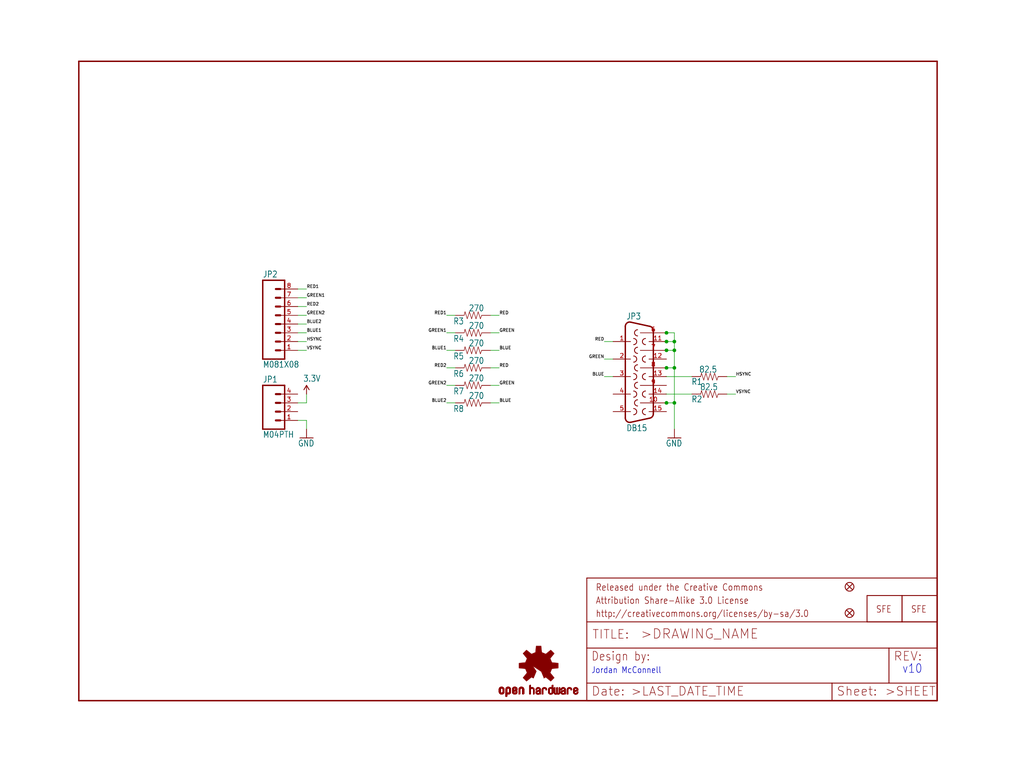
<source format=kicad_sch>
(kicad_sch (version 20211123) (generator eeschema)
  (paper "User" 297.002 223.926)
  (lib_symbols
    (symbol "eagleSchem-eagle-import:3.3V" (power)
      (property "Value" "3.3V" (at -1.016 3.556 0))
      (symbol "3.3V_1_0"
        (pin power_in line (at 0 0 90) (length 2.54) (name "3.3V") (number "1"))
      )
    )
    (symbol "eagleSchem-eagle-import:DB15"
      (property "Value" "DB15" (at -3.81 -18.415 0))
      (symbol "DB15_1_0"
        (pin passive line (at -7.62 7.62 0) (length 5.08) (name "1") (number "1"))
        (pin passive line (at 7.874 -10.16 180) (length 7.62) (name "10") (number "10"))
        (pin passive line (at 7.874 7.62 180) (length 5.08) (name "11") (number "11"))
        (pin passive line (at 7.874 2.54 180) (length 5.08) (name "12") (number "12"))
        (pin passive line (at 7.874 -2.54 180) (length 5.08) (name "13") (number "13"))
        (pin passive line (at 7.874 -7.62 180) (length 5.08) (name "14") (number "14"))
        (pin passive line (at 7.874 -12.7 180) (length 5.08) (name "15") (number "15"))
        (pin passive line (at -7.62 2.54 0) (length 5.08) (name "2") (number "2"))
        (pin passive line (at -7.62 -2.54 0) (length 5.08) (name "3") (number "3"))
        (pin passive line (at -7.62 -7.62 0) (length 5.08) (name "4") (number "4"))
        (pin passive line (at -7.62 -12.7 0) (length 5.08) (name "5") (number "5"))
        (pin passive line (at 7.874 10.16 180) (length 7.62) (name "6") (number "6"))
        (pin passive line (at 7.874 5.08 180) (length 7.62) (name "7") (number "7"))
        (pin passive line (at 7.874 0 180) (length 7.62) (name "8") (number "8"))
        (pin passive line (at 7.874 -5.08 180) (length 7.62) (name "9") (number "9"))
      )
    )
    (symbol "eagleSchem-eagle-import:FIDUCIALUFIDUCIAL")
    (symbol "eagleSchem-eagle-import:FRAME-LETTER"
      (symbol "FRAME-LETTER_2_0"
        (text ">DRAWING_NAME" (at 15.494 17.78 0) (effects (font (size 2.7432 2.7432)) (justify left bottom)))
        (text ">LAST_DATE_TIME" (at 12.7 1.27 0) (effects (font (size 2.54 2.54)) (justify left bottom)))
        (text ">SHEET" (at 86.36 1.27 0) (effects (font (size 2.54 2.54)) (justify left bottom)))
        (text "Attribution Share-Alike 3.0 License" (at 2.54 27.94 0) (effects (font (size 1.9304 1.6408)) (justify left bottom)))
        (text "Date:" (at 1.27 1.27 0) (effects (font (size 2.54 2.54)) (justify left bottom)))
        (text "Design by:" (at 1.27 11.43 0) (effects (font (size 2.54 2.159)) (justify left bottom)))
        (text "http://creativecommons.org/licenses/by-sa/3.0" (at 2.54 24.13 0) (effects (font (size 1.9304 1.6408)) (justify left bottom)))
        (text "Released under the Creative Commons" (at 2.54 31.75 0) (effects (font (size 1.9304 1.6408)) (justify left bottom)))
        (text "REV:" (at 88.9 11.43 0) (effects (font (size 2.54 2.54)) (justify left bottom)))
        (text "Sheet:" (at 72.39 1.27 0) (effects (font (size 2.54 2.54)) (justify left bottom)))
        (text "TITLE:" (at 1.524 17.78 0) (effects (font (size 2.54 2.54)) (justify left bottom)))
      )
    )
    (symbol "eagleSchem-eagle-import:GND" (power)
      (property "Value" "GND" (at -2.54 -2.54 0))
      (symbol "GND_1_0"
        (pin power_in line (at 0 2.54 270) (length 2.54) (name "GND") (number "1"))
      )
    )
    (symbol "eagleSchem-eagle-import:LOGO-SFENEW"
      (symbol "LOGO-SFENEW_1_0"
        (text "SFE" (at 0 0 0) (effects (font (size 1.9304 1.6408)) (justify left bottom)))
      )
    )
    (symbol "eagleSchem-eagle-import:LOGO-SFESK"
      (symbol "LOGO-SFESK_1_0"
        (text "SFE" (at 0 0 0) (effects (font (size 1.9304 1.6408)) (justify left bottom)))
      )
    )
    (symbol "eagleSchem-eagle-import:M04PTH"
      (property "Reference" "JP" (at -5.08 8.382 0))
      (property "Value" "M04PTH" (at -5.08 -7.62 0))
      (symbol "M04PTH_1_0"
        (pin passive line (at 5.08 -2.54 180) (length 5.08) (name "1") (number "1"))
        (pin passive line (at 5.08 0 180) (length 5.08) (name "2") (number "2"))
        (pin passive line (at 5.08 2.54 180) (length 5.08) (name "3") (number "3"))
        (pin passive line (at 5.08 5.08 180) (length 5.08) (name "4") (number "4"))
      )
    )
    (symbol "eagleSchem-eagle-import:M081X08"
      (property "Reference" "JP" (at -5.08 13.462 0))
      (property "Value" "M081X08" (at -5.08 -12.7 0))
      (symbol "M081X08_1_0"
        (pin passive line (at 5.08 -7.62 180) (length 5.08) (name "1") (number "1"))
        (pin passive line (at 5.08 -5.08 180) (length 5.08) (name "2") (number "2"))
        (pin passive line (at 5.08 -2.54 180) (length 5.08) (name "3") (number "3"))
        (pin passive line (at 5.08 0 180) (length 5.08) (name "4") (number "4"))
        (pin passive line (at 5.08 2.54 180) (length 5.08) (name "5") (number "5"))
        (pin passive line (at 5.08 5.08 180) (length 5.08) (name "6") (number "6"))
        (pin passive line (at 5.08 7.62 180) (length 5.08) (name "7") (number "7"))
        (pin passive line (at 5.08 10.16 180) (length 5.08) (name "8") (number "8"))
      )
    )
    (symbol "eagleSchem-eagle-import:OSHW-LOGOS")
    (symbol "eagleSchem-eagle-import:RESISTOR0402-RES"
      (property "Reference" "R" (at -3.81 1.4986 0))
      (property "Value" "RESISTOR0402-RES" (at -3.81 -3.302 0))
      (symbol "RESISTOR0402-RES_1_0"
        (pin passive line (at -5.08 0 0) (length 2.54) (name "1") (number "1"))
        (pin passive line (at 5.08 0 180) (length 2.54) (name "2") (number "2"))
      )
    )
  )
  (junction (at 195.58 106.68))
  (junction (at 193.294 101.6))
  (junction (at 195.58 101.6))
  (junction (at 193.294 96.52))
  (junction (at 195.58 99.06))
  (junction (at 195.58 116.84))
  (junction (at 193.294 99.06))
  (junction (at 193.294 106.68))
  (junction (at 193.294 116.84))
  (wire (pts (xy 132.08 96.52) (xy 129.54 96.52)))
  (wire (pts (xy 86.36 91.44) (xy 88.9 91.44)))
  (wire (pts (xy 195.58 96.52) (xy 195.58 99.06)))
  (wire (pts (xy 195.58 101.6) (xy 195.58 106.68)))
  (wire (pts (xy 193.294 101.6) (xy 195.58 101.6)))
  (wire (pts (xy 193.294 96.52) (xy 195.58 96.52)))
  (wire (pts (xy 86.36 96.52) (xy 88.9 96.52)))
  (wire (pts (xy 177.8 104.14) (xy 175.26 104.14)))
  (wire (pts (xy 193.294 99.06) (xy 195.58 99.06)))
  (wire (pts (xy 132.08 101.6) (xy 129.54 101.6)))
  (wire (pts (xy 86.36 93.98) (xy 88.9 93.98)))
  (wire (pts (xy 86.36 116.84) (xy 88.9 116.84)))
  (wire (pts (xy 88.9 121.92) (xy 88.9 124.46)))
  (wire (pts (xy 142.24 101.6) (xy 144.78 101.6)))
  (wire (pts (xy 142.24 111.76) (xy 144.78 111.76)))
  (wire (pts (xy 193.294 114.3) (xy 200.66 114.3)))
  (wire (pts (xy 193.04 106.68) (xy 193.294 106.68)))
  (wire (pts (xy 142.24 91.44) (xy 144.78 91.44)))
  (wire (pts (xy 193.294 116.84) (xy 195.58 116.84)))
  (wire (pts (xy 195.58 106.68) (xy 195.58 116.84)))
  (wire (pts (xy 193.04 114.3) (xy 193.294 114.3)))
  (wire (pts (xy 86.36 86.36) (xy 88.9 86.36)))
  (wire (pts (xy 142.24 116.84) (xy 144.78 116.84)))
  (wire (pts (xy 86.36 101.6) (xy 88.9 101.6)))
  (wire (pts (xy 210.82 109.22) (xy 213.36 109.22)))
  (wire (pts (xy 132.08 91.44) (xy 129.54 91.44)))
  (wire (pts (xy 132.08 106.68) (xy 129.54 106.68)))
  (wire (pts (xy 210.82 114.3) (xy 213.36 114.3)))
  (wire (pts (xy 142.24 96.52) (xy 144.78 96.52)))
  (wire (pts (xy 193.294 109.22) (xy 200.66 109.22)))
  (wire (pts (xy 142.24 106.68) (xy 144.78 106.68)))
  (wire (pts (xy 132.08 111.76) (xy 129.54 111.76)))
  (wire (pts (xy 193.04 116.84) (xy 193.294 116.84)))
  (wire (pts (xy 193.04 109.22) (xy 193.294 109.22)))
  (wire (pts (xy 86.36 88.9) (xy 88.9 88.9)))
  (wire (pts (xy 86.36 121.92) (xy 88.9 121.92)))
  (wire (pts (xy 193.04 99.06) (xy 193.294 99.06)))
  (wire (pts (xy 88.9 116.84) (xy 88.9 114.3)))
  (wire (pts (xy 177.8 99.06) (xy 175.26 99.06)))
  (wire (pts (xy 86.36 83.82) (xy 88.9 83.82)))
  (wire (pts (xy 86.36 99.06) (xy 88.9 99.06)))
  (wire (pts (xy 177.8 109.22) (xy 175.26 109.22)))
  (wire (pts (xy 132.08 116.84) (xy 129.54 116.84)))
  (wire (pts (xy 193.04 101.6) (xy 193.294 101.6)))
  (wire (pts (xy 193.04 96.52) (xy 193.294 96.52)))
  (wire (pts (xy 195.58 99.06) (xy 195.58 101.6)))
  (wire (pts (xy 195.58 116.84) (xy 195.58 124.46)))
  (wire (pts (xy 193.294 106.68) (xy 195.58 106.68)))
  (text "Jordan McConnell" (at 171.45 195.58 180) (effects (font (size 1.778 1.5113)) (justify left bottom)))
  (text "v10" (at 261.62 195.58 180) (effects (font (size 2.54 2.159)) (justify left bottom)))
  (label "GREEN" (at 175.26 104.14 180) (effects (font (size 0.889 0.889))))
  (label "RED1" (at 88.9 83.82 0) (effects (font (size 0.889 0.889))))
  (label "RED2" (at 129.54 106.68 180) (effects (font (size 0.889 0.889))))
  (label "BLUE2" (at 88.9 93.98 0) (effects (font (size 0.889 0.889))))
  (label "VSYNC" (at 88.9 101.6 0) (effects (font (size 0.889 0.889))))
  (label "BLUE" (at 175.26 109.22 180) (effects (font (size 0.889 0.889))))
  (label "GREEN2" (at 129.54 111.76 180) (effects (font (size 0.889 0.889))))
  (label "BLUE1" (at 88.9 96.52 0) (effects (font (size 0.889 0.889))))
  (label "BLUE" (at 144.78 116.84 0) (effects (font (size 0.889 0.889))))
  (label "VSYNC" (at 213.36 114.3 0) (effects (font (size 0.889 0.889))))
  (label "HSYNC" (at 213.36 109.22 0) (effects (font (size 0.889 0.889))))
  (label "RED1" (at 129.54 91.44 180) (effects (font (size 0.889 0.889))))
  (label "GREEN" (at 144.78 96.52 0) (effects (font (size 0.889 0.889))))
  (label "GREEN1" (at 129.54 96.52 180) (effects (font (size 0.889 0.889))))
  (label "RED" (at 144.78 106.68 0) (effects (font (size 0.889 0.889))))
  (label "RED" (at 175.26 99.06 180) (effects (font (size 0.889 0.889))))
  (label "HSYNC" (at 88.9 99.06 0) (effects (font (size 0.889 0.889))))
  (label "GREEN1" (at 88.9 86.36 0) (effects (font (size 0.889 0.889))))
  (label "RED" (at 144.78 91.44 0) (effects (font (size 0.889 0.889))))
  (label "GREEN2" (at 88.9 91.44 0) (effects (font (size 0.889 0.889))))
  (label "RED2" (at 88.9 88.9 0) (effects (font (size 0.889 0.889))))
  (label "BLUE" (at 144.78 101.6 0) (effects (font (size 0.889 0.889))))
  (label "BLUE2" (at 129.54 116.84 180) (effects (font (size 0.889 0.889))))
  (label "GREEN" (at 144.78 111.76 0) (effects (font (size 0.889 0.889))))
  (label "BLUE1" (at 129.54 101.6 180) (effects (font (size 0.889 0.889))))
  (symbol (lib_id "eagleSchem-eagle-import:RESISTOR0402-RES") (at 137.16 101.6 180) (unit 1)
    (property "Reference" "R5" (at 134.62 102.3366 0) (effects (font (size 1.778 1.5113)) (justify left bottom)))
    (property "Value" "270" (at 140.462 98.552 0) (effects (font (size 1.778 1.5113)) (justify left bottom)))
    (property "Footprint" "eagleSchem:0402-RES" (effects hide))
  )
  (symbol (lib_id "eagleSchem-eagle-import:RESISTOR0402-RES") (at 137.16 111.76 180) (unit 1)
    (property "Reference" "R7" (at 134.62 112.4966 0) (effects (font (size 1.778 1.5113)) (justify left bottom)))
    (property "Value" "270" (at 140.462 108.712 0) (effects (font (size 1.778 1.5113)) (justify left bottom)))
    (property "Footprint" "eagleSchem:0402-RES" (effects hide))
  )
  (symbol (lib_id "eagleSchem-eagle-import:RESISTOR0402-RES") (at 137.16 106.68 180) (unit 1)
    (property "Reference" "R6" (at 134.62 107.4166 0) (effects (font (size 1.778 1.5113)) (justify left bottom)))
    (property "Value" "270" (at 140.462 103.632 0) (effects (font (size 1.778 1.5113)) (justify left bottom)))
    (property "Footprint" "eagleSchem:0402-RES" (effects hide))
  )
  (symbol (lib_id "eagleSchem-eagle-import:RESISTOR0402-RES") (at 137.16 116.84 180) (unit 1)
    (property "Reference" "R8" (at 134.62 117.5766 0) (effects (font (size 1.778 1.5113)) (justify left bottom)))
    (property "Value" "270" (at 140.462 113.792 0) (effects (font (size 1.778 1.5113)) (justify left bottom)))
    (property "Footprint" "eagleSchem:0402-RES" (effects hide))
  )
  (symbol (lib_id "eagleSchem-eagle-import:RESISTOR0402-RES") (at 205.74 109.22 180) (unit 1)
    (property "Reference" "R1" (at 203.708 109.7026 0) (effects (font (size 1.778 1.5113)) (justify left bottom)))
    (property "Value" "82.5" (at 208.026 106.172 0) (effects (font (size 1.778 1.5113)) (justify left bottom)))
    (property "Footprint" "eagleSchem:0402-RES" (effects hide))
  )
  (symbol (lib_id "eagleSchem-eagle-import:3.3V") (at 88.9 114.3 0) (unit 1)
    (property "Reference" "#P+1" (effects hide))
    (property "Value" "3.3V" (at 87.884 110.744 0) (effects (font (size 1.778 1.5113)) (justify left bottom)))
    (property "Footprint" "eagleSchem:" (effects hide))
  )
  (symbol (lib_id "eagleSchem-eagle-import:OSHW-LOGOS") (at 156.21 193.04 0) (unit 1)
    (property "Reference" "U$1" (effects hide))
    (property "Value" "OSHW-LOGOS" (effects hide))
    (property "Footprint" "eagleSchem:OSHW-LOGO-S" (effects hide))
  )
  (symbol (lib_id "eagleSchem-eagle-import:RESISTOR0402-RES") (at 137.16 91.44 180) (unit 1)
    (property "Reference" "R3" (at 134.62 92.1766 0) (effects (font (size 1.778 1.5113)) (justify left bottom)))
    (property "Value" "270" (at 140.462 88.392 0) (effects (font (size 1.778 1.5113)) (justify left bottom)))
    (property "Footprint" "eagleSchem:0402-RES" (effects hide))
  )
  (symbol (lib_id "eagleSchem-eagle-import:GND") (at 88.9 127 0) (unit 1)
    (property "Reference" "#GND1" (effects hide))
    (property "Value" "GND" (at 86.36 129.54 0) (effects (font (size 1.778 1.5113)) (justify left bottom)))
    (property "Footprint" "eagleSchem:" (effects hide))
  )
  (symbol (lib_id "eagleSchem-eagle-import:FIDUCIALUFIDUCIAL") (at 246.38 177.8 0) (unit 1)
    (property "Reference" "JP5" (effects hide))
    (property "Value" "FIDUCIALUFIDUCIAL" (effects hide))
    (property "Footprint" "eagleSchem:MICRO-FIDUCIAL" (effects hide))
  )
  (symbol (lib_id "eagleSchem-eagle-import:DB15") (at 185.42 106.68 0) (unit 1)
    (property "Reference" "JP3" (at 181.61 92.71 0) (effects (font (size 1.778 1.5113)) (justify left bottom)))
    (property "Value" "DB15" (at 181.61 125.095 0) (effects (font (size 1.778 1.5113)) (justify left bottom)))
    (property "Footprint" "eagleSchem:DB15" (effects hide))
  )
  (symbol (lib_id "eagleSchem-eagle-import:M04PTH") (at 81.28 119.38 0) (unit 1)
    (property "Reference" "JP1" (at 76.2 110.998 0) (effects (font (size 1.778 1.5113)) (justify left bottom)))
    (property "Value" "M04PTH" (at 76.2 127 0) (effects (font (size 1.778 1.5113)) (justify left bottom)))
    (property "Footprint" "eagleSchem:1X04" (effects hide))
  )
  (symbol (lib_id "eagleSchem-eagle-import:M081X08") (at 81.28 93.98 0) (unit 1)
    (property "Reference" "JP2" (at 76.2 80.518 0) (effects (font (size 1.778 1.5113)) (justify left bottom)))
    (property "Value" "M081X08" (at 76.2 106.68 0) (effects (font (size 1.778 1.5113)) (justify left bottom)))
    (property "Footprint" "eagleSchem:1X08" (effects hide))
  )
  (symbol (lib_id "eagleSchem-eagle-import:FIDUCIALUFIDUCIAL") (at 246.38 170.18 0) (unit 1)
    (property "Reference" "JP4" (effects hide))
    (property "Value" "FIDUCIALUFIDUCIAL" (effects hide))
    (property "Footprint" "eagleSchem:MICRO-FIDUCIAL" (effects hide))
  )
  (symbol (lib_id "eagleSchem-eagle-import:RESISTOR0402-RES") (at 205.74 114.3 180) (unit 1)
    (property "Reference" "R2" (at 203.708 114.7826 0) (effects (font (size 1.778 1.5113)) (justify left bottom)))
    (property "Value" "82.5" (at 208.28 111.252 0) (effects (font (size 1.778 1.5113)) (justify left bottom)))
    (property "Footprint" "eagleSchem:0402-RES" (effects hide))
  )
  (symbol (lib_id "eagleSchem-eagle-import:FRAME-LETTER") (at 22.86 203.2 0) (unit 1)
    (property "Reference" "FRAME1" (effects hide))
    (property "Value" "FRAME-LETTER" (effects hide))
    (property "Footprint" "eagleSchem:CREATIVE_COMMONS" (effects hide))
  )
  (symbol (lib_id "eagleSchem-eagle-import:LOGO-SFENEW") (at 254 177.8 0) (unit 1)
    (property "Reference" "JP6" (effects hide))
    (property "Value" "LOGO-SFENEW" (effects hide))
    (property "Footprint" "eagleSchem:SFE-NEW-WEBLOGO" (effects hide))
  )
  (symbol (lib_id "eagleSchem-eagle-import:RESISTOR0402-RES") (at 137.16 96.52 180) (unit 1)
    (property "Reference" "R4" (at 134.62 97.2566 0) (effects (font (size 1.778 1.5113)) (justify left bottom)))
    (property "Value" "270" (at 140.462 93.472 0) (effects (font (size 1.778 1.5113)) (justify left bottom)))
    (property "Footprint" "eagleSchem:0402-RES" (effects hide))
  )
  (symbol (lib_id "eagleSchem-eagle-import:GND") (at 195.58 127 0) (unit 1)
    (property "Reference" "#GND8" (effects hide))
    (property "Value" "GND" (at 193.04 129.54 0) (effects (font (size 1.778 1.5113)) (justify left bottom)))
    (property "Footprint" "eagleSchem:" (effects hide))
  )
  (symbol (lib_id "eagleSchem-eagle-import:FRAME-LETTER") (at 170.18 203.2 0) (unit 2)
    (property "Reference" "FRAME1" (effects hide))
    (property "Value" "FRAME-LETTER" (effects hide))
    (property "Footprint" "eagleSchem:CREATIVE_COMMONS" (effects hide))
  )
  (symbol (lib_id "eagleSchem-eagle-import:LOGO-SFESK") (at 264.16 177.8 0) (unit 1)
    (property "Reference" "JP7" (effects hide))
    (property "Value" "LOGO-SFESK" (effects hide))
    (property "Footprint" "eagleSchem:SFE-LOGO-FLAME" (effects hide))
  )
)
</source>
